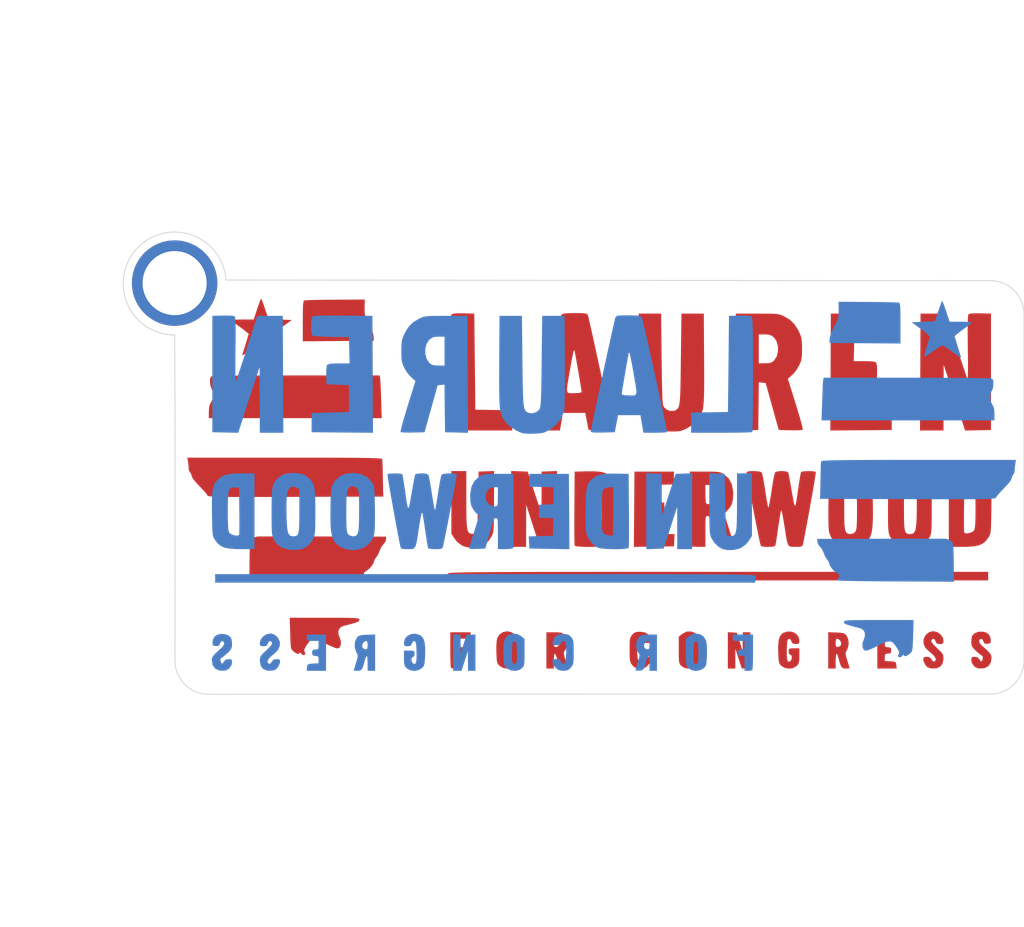
<source format=kicad_pcb>
(kicad_pcb (version 20201220) (generator pcbnew)
  (layers (0 "F.Cu" signal) (31 "B.Cu" signal) (34 "B.Paste" user) (35 "F.Paste" user) (36 "B.SilkS" user "B.Silkscreen") (37 "F.SilkS" user "F.Silkscreen") (38 "B.Mask" user) (39 "F.Mask" user) (44 "Edge.Cuts" user))
  (net 0 "")
  (footprint "art:lauren-blue-2-inch-cu" (layer "F.Cu") (at 141.5542 88.054374)
    (fp_text reference "G***" hide)
    (fp_text value "LOGO" hide)
  )
  (footprint "art:lauren-blue-2-inch-mask" (layer "F.Cu") (at 141.5542 88.054374)
    (fp_text reference "G***" hide)
    (fp_text value "LOGO" hide)
  )
  (footprint "art:lauren-red-2-inch" (layer "F.Cu") (at 141.3542 87.254374)
    (fp_text reference "G***" hide)
    (fp_text value "LOGO" hide)
  )
  (footprint "art:lauren-blue-2-inch-cu" (layer "B.Cu") (at 142.9258 88.1888 180)
    (fp_text reference "G***" hide)
    (fp_text value "LOGO" hide)
  )
  (footprint "art:lauren-blue-2-inch-mask" (layer "B.Cu") (at 142.9258 88.1888 180)
    (fp_text reference "G***" hide)
    (fp_text value "LOGO" hide)
  )
  (footprint "art:lauren-red-2-inch" (layer "B.Cu") (at 143.1258 87.3888 180)
    (fp_text reference "G***" hide)
    (fp_text value "LOGO" hide)
  )
  (gr_line (start 116.859 98.63) (end 116.8654 84.099281) (layer "Edge.Cuts") (width 0.05))
  (gr_line (start 118.859 100.63) (end 165.359 100.615786) (layer "Edge.Cuts") (width 0.05))
  (gr_line (start 167.359 78.03) (end 167.359 98.615786) (layer "Edge.Cuts") (width 0.05))
  (gr_arc (start 165.359 98.615786) (end 167.359 98.615786) (angle 90) (layer "Edge.Cuts") (width 0.05))
  (gr_arc (start 118.859 98.63) (end 118.859 100.63) (angle 90) (layer "Edge.Cuts") (width 0.05))
  (gr_line (start 119.895198 75.99305) (end 165.359 76.03) (layer "Edge.Cuts") (width 0.05))
  (gr_arc (start 165.359 78.03) (end 165.359 76.03) (angle 90) (layer "Edge.Cuts") (width 0.05))
  (gr_arc (start 116.84 76.2) (end 116.84 79.2622) (angle 266.124858) (layer "Edge.Cuts") (width 0.05))
  (gr_line (start 116.84 79.2622) (end 116.8654 84.099281) (layer "Edge.Cuts") (width 0.05))
  (via (at 116.84 76.1746) (size 5.08) (drill 3.81) (layers "F.Cu" "B.Cu") (net 0))
)
</source>
